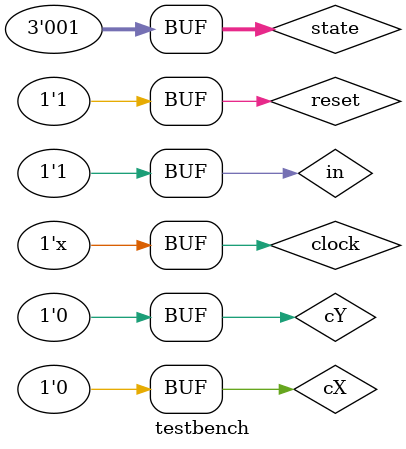
<source format=v>
`timescale 1ns / 1ps

module testbench ( );

	parameter CLOCK_PERIOD = 10;

    reg clock, reset, cX, cY, in;
    reg [2:0] state;
	wire signed [2:0] vX, vY;
	wire [7:0] nextX, nextY;
	wire move;

	initial begin
        clock <= 1'b0;
	end // initial
	
	always @ (*)
	begin : Clock_Generator
		#((CLOCK_PERIOD) / 2) clock <= ~clock;
	end
	
	initial begin
        reset <= 1'b0;
        #10 reset <= 1'b1;
	end // initial

	initial begin
        state <= 3'b001;
		in <= 1'b0;
		cX <= 1'b0;
		cY <= 1'b0;
		
		#10 in <= 1'b1;
		#20 cX <= 1'b1;
		#10 cX <= 1'b0; cY <= 1'b1;
		#10 cY <= 1'b0;
	end // initial
	ball U1 (clock, reset, state, cX, cY, nextX, nextY, vX, vY, in);

endmodule

</source>
